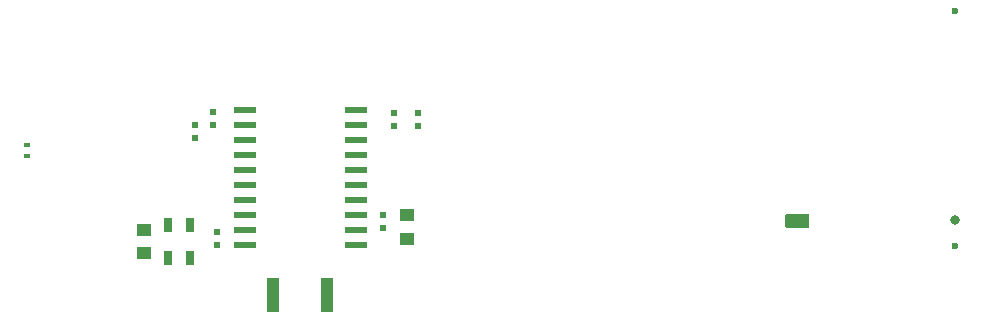
<source format=gbr>
G04 #@! TF.GenerationSoftware,KiCad,Pcbnew,(5.0.0)*
G04 #@! TF.CreationDate,2019-03-03T03:18:43+05:30*
G04 #@! TF.ProjectId,LoRa_Modbus,4C6F52615F4D6F646275732E6B696361,rev?*
G04 #@! TF.SameCoordinates,Original*
G04 #@! TF.FileFunction,Paste,Bot*
G04 #@! TF.FilePolarity,Positive*
%FSLAX46Y46*%
G04 Gerber Fmt 4.6, Leading zero omitted, Abs format (unit mm)*
G04 Created by KiCad (PCBNEW (5.0.0)) date 03/03/19 03:18:43*
%MOMM*%
%LPD*%
G01*
G04 APERTURE LIST*
%ADD10R,0.600000X0.400000*%
%ADD11R,1.250000X1.000000*%
%ADD12C,0.800000*%
%ADD13C,0.600000*%
%ADD14R,0.500000X0.600000*%
%ADD15R,1.000000X3.000000*%
%ADD16C,0.100000*%
%ADD17C,1.143000*%
%ADD18R,0.700000X1.300000*%
%ADD19R,1.950000X0.600000*%
G04 APERTURE END LIST*
D10*
G04 #@! TO.C,R18*
X68940680Y-115008240D03*
X68940680Y-115908240D03*
G04 #@! TD*
D11*
G04 #@! TO.C,C22*
X78867000Y-122174000D03*
X78867000Y-124174000D03*
G04 #@! TD*
D12*
G04 #@! TO.C,AE1*
X147507440Y-121350040D03*
D13*
X147474940Y-103634540D03*
X147474940Y-123510040D03*
G04 #@! TD*
D14*
G04 #@! TO.C,C14*
X100012500Y-112247500D03*
X100012500Y-113347500D03*
G04 #@! TD*
G04 #@! TO.C,C15*
X102044500Y-113347500D03*
X102044500Y-112247500D03*
G04 #@! TD*
G04 #@! TO.C,C16*
X99110800Y-122029400D03*
X99110800Y-120929400D03*
G04 #@! TD*
D11*
G04 #@! TO.C,C17*
X101091000Y-122929400D03*
X101091000Y-120929400D03*
G04 #@! TD*
D15*
G04 #@! TO.C,C18*
X94375000Y-127660400D03*
X89775000Y-127660400D03*
G04 #@! TD*
D14*
G04 #@! TO.C,C19*
X83159600Y-114358600D03*
X83159600Y-113258600D03*
G04 #@! TD*
G04 #@! TO.C,C20*
X84696300Y-112166400D03*
X84696300Y-113266400D03*
G04 #@! TD*
G04 #@! TO.C,C21*
X85013800Y-122364500D03*
X85013800Y-123464500D03*
G04 #@! TD*
D16*
G04 #@! TO.C,J$1*
G36*
X135142492Y-120856015D02*
X135148039Y-120856838D01*
X135153480Y-120858201D01*
X135158760Y-120860090D01*
X135163830Y-120862488D01*
X135168641Y-120865372D01*
X135173146Y-120868712D01*
X135177301Y-120872479D01*
X135181068Y-120876634D01*
X135184408Y-120881139D01*
X135187292Y-120885950D01*
X135189690Y-120891020D01*
X135191579Y-120896300D01*
X135192942Y-120901741D01*
X135193765Y-120907288D01*
X135194040Y-120912890D01*
X135194040Y-121941590D01*
X135193765Y-121947192D01*
X135192942Y-121952739D01*
X135191579Y-121958180D01*
X135189690Y-121963460D01*
X135187292Y-121968530D01*
X135184408Y-121973341D01*
X135181068Y-121977846D01*
X135177301Y-121982001D01*
X135173146Y-121985768D01*
X135168641Y-121989108D01*
X135163830Y-121991992D01*
X135158760Y-121994390D01*
X135153480Y-121996279D01*
X135148039Y-121997642D01*
X135142492Y-121998465D01*
X135136890Y-121998740D01*
X133219190Y-121998740D01*
X133213588Y-121998465D01*
X133208041Y-121997642D01*
X133202600Y-121996279D01*
X133197320Y-121994390D01*
X133192250Y-121991992D01*
X133187439Y-121989108D01*
X133182934Y-121985768D01*
X133178779Y-121982001D01*
X133175012Y-121977846D01*
X133171672Y-121973341D01*
X133168788Y-121968530D01*
X133166390Y-121963460D01*
X133164501Y-121958180D01*
X133163138Y-121952739D01*
X133162315Y-121947192D01*
X133162040Y-121941590D01*
X133162040Y-120912890D01*
X133162315Y-120907288D01*
X133163138Y-120901741D01*
X133164501Y-120896300D01*
X133166390Y-120891020D01*
X133168788Y-120885950D01*
X133171672Y-120881139D01*
X133175012Y-120876634D01*
X133178779Y-120872479D01*
X133182934Y-120868712D01*
X133187439Y-120865372D01*
X133192250Y-120862488D01*
X133197320Y-120860090D01*
X133202600Y-120858201D01*
X133208041Y-120856838D01*
X133213588Y-120856015D01*
X133219190Y-120855740D01*
X135136890Y-120855740D01*
X135142492Y-120856015D01*
X135142492Y-120856015D01*
G37*
D17*
X134178040Y-121427240D03*
G04 #@! TD*
D18*
G04 #@! TO.C,L2*
X82763400Y-121793000D03*
X80863400Y-121793000D03*
G04 #@! TD*
G04 #@! TO.C,L3*
X80863400Y-124523500D03*
X82763400Y-124523500D03*
G04 #@! TD*
D19*
G04 #@! TO.C,U5*
X87375000Y-112052100D03*
X87375000Y-113322100D03*
X87375000Y-114592100D03*
X87375000Y-115862100D03*
X87375000Y-117132100D03*
X87375000Y-118402100D03*
X87375000Y-119672100D03*
X87375000Y-120942100D03*
X87375000Y-122212100D03*
X87375000Y-123482100D03*
X96775000Y-123482100D03*
X96775000Y-122212100D03*
X96775000Y-120942100D03*
X96775000Y-119672100D03*
X96775000Y-118402100D03*
X96775000Y-117132100D03*
X96775000Y-115862100D03*
X96775000Y-114592100D03*
X96775000Y-113322100D03*
X96775000Y-112052100D03*
G04 #@! TD*
M02*

</source>
